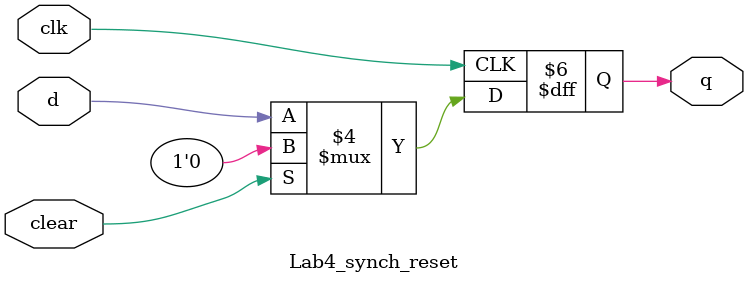
<source format=v>
`timescale 1ns / 1ps


module Lab4_synch_reset(d,clk,clear,q);
    input d, clk, clear; 
    output reg q; 

    always@(posedge clk) 
    begin
        if(clear== 1)
        begin
            q <= 0;
        end
        else
        begin 
            q <= d; 
        end 
    end
endmodule

</source>
